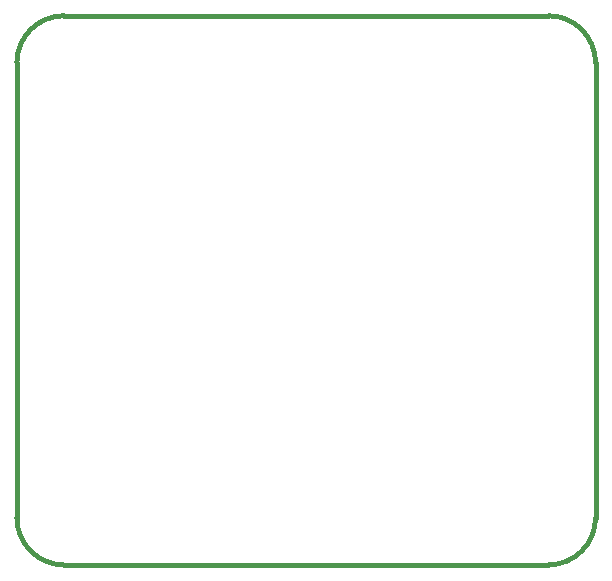
<source format=gm1>
G04 #@! TF.GenerationSoftware,KiCad,Pcbnew,(5.1.5)-3*
G04 #@! TF.CreationDate,2021-01-09T15:57:39-05:00*
G04 #@! TF.ProjectId,CLK-GEN,434c4b2d-4745-44e2-9e6b-696361645f70,X1*
G04 #@! TF.SameCoordinates,Original*
G04 #@! TF.FileFunction,Profile,NP*
%FSLAX46Y46*%
G04 Gerber Fmt 4.6, Leading zero omitted, Abs format (unit mm)*
G04 Created by KiCad (PCBNEW (5.1.5)-3) date 2021-01-09 15:57:39*
%MOMM*%
%LPD*%
G04 APERTURE LIST*
%ADD10C,0.381000*%
G04 APERTURE END LIST*
D10*
X4000000Y-46500000D02*
X45000000Y-46500000D01*
X45000000Y0D02*
X4000000Y0D01*
X0Y-4000000D02*
X0Y-42500000D01*
X49000000Y-42500000D02*
X49000000Y-4000000D01*
X0Y-42500000D02*
G75*
G03X4000000Y-46500000I4000000J0D01*
G01*
X45000000Y-46500000D02*
G75*
G03X49000000Y-42500000I0J4000000D01*
G01*
X49000000Y-4000000D02*
G75*
G03X45000000Y0I-4000000J0D01*
G01*
X4000000Y0D02*
G75*
G03X0Y-4000000I0J-4000000D01*
G01*
M02*

</source>
